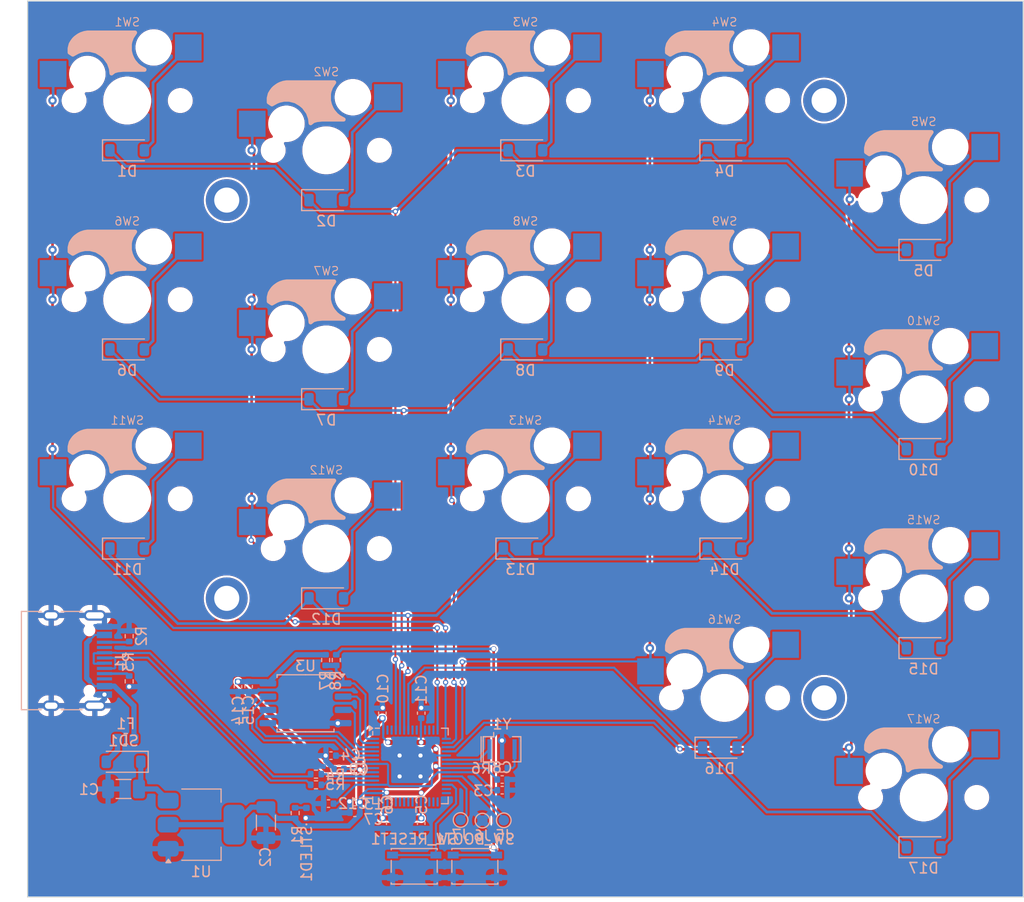
<source format=kicad_pcb>
(kicad_pcb (version 20240108) (generator "pcbnew") (generator_version "8.0")
  (layers (0 "F.Cu" signal) (31 "B.Cu" signal) (34 "B.Paste" user) (35 "F.Paste" user) (36 "B.SilkS" user "B.Silkscreen") (37 "F.SilkS" user "F.Silkscreen") (38 "B.Mask" user) (39 "F.Mask" user) (44 "Edge.Cuts" user))
  (net 0 "")
  (net 1 "+5V")
  (net 2 "GND")
  (net 3 "+3V3")
  (net 4 "+1V1")
  (net 5 "row0")
  (net 6 "Net-(D1-A)")
  (net 7 "Net-(D2-A)")
  (net 8 "Net-(D3-A)")
  (net 9 "row1")
  (net 10 "Net-(D5-A)")
  (net 11 "Net-(D6-A)")
  (net 12 "Net-(D7-A)")
  (net 13 "Net-(D8-A)")
  (net 14 "VBUS")
  (net 15 "Net-(SD1-A)")
  (net 16 "Net-(J1-CC1)")
  (net 17 "D+")
  (net 18 "D-")
  (net 19 "SWCLK")
  (net 20 "SWD")
  (net 21 "Net-(STLED1-A)")
  (net 22 "QSPI_SS")
  (net 23 "USB_BOOT")
  (net 24 "col0")
  (net 25 "col1")
  (net 26 "col2")
  (net 27 "col3")
  (net 28 "RESET")
  (net 29 "Net-(U2-USB_DP)")
  (net 30 "Net-(U2-USB_DM)")
  (net 31 "Net-(U2-XOUT)")
  (net 37 "Net-(D4-A)")
  (net 38 "QSPI_SD3")
  (net 39 "QSPI_SCLK")
  (net 40 "QSPI_SD0")
  (net 41 "QSPI_SD2")
  (net 42 "QSPI_SD1")
  (net 43 "row2")
  (net 44 "Net-(D9-A)")
  (net 45 "Net-(U2-XIN)")
  (net 53 "Net-(R6-Pad1)")
  (net 60 "Net-(D10-A)")
  (net 61 "Net-(D11-A)")
  (net 62 "Net-(D12-A)")
  (net 63 "Net-(D13-A)")
  (net 64 "row3")
  (net 65 "Net-(D14-A)")
  (net 66 "Net-(D15-A)")
  (net 67 "Net-(D16-A)")
  (net 68 "Net-(D17-A)")
  (net 69 "col4")
  (net 73 "Net-(J1-CC2)")
  (footprint "yuchi_kbd_lib:HOLE_M2_CASEPCB" (layer "F.Cu") (at 42.8625 80.9625)
    (property "Reference" "REF**" (hide yes))
    (property "Value" "HOLE_M2_PCB")
  )
  (footprint "yuchi_kbd_lib:HOLE_M2_CASEPCB" (layer "F.Cu") (at 100.0125 90.4875)
    (property "Reference" "REF**" (hide yes))
    (property "Value" "HOLE_M2_PCB")
  )
  (footprint "yuchi_kbd_lib:HOLE_M2_CASEPCB" (layer "F.Cu") (at 42.8625 42.8625)
    (property "Reference" "REF**" (hide yes))
    (property "Value" "HOLE_M2_PCB")
  )
  (footprint "yuchi_kbd_lib:HOLE_M2_CASEPCB" (layer "F.Cu") (at 100.0125 33.3375)
    (property "Reference" "REF**" (hide yes))
    (property "Value" "HOLE_M2_PCB")
  )
  (footprint "TestPoint:TestPoint_Pad_D1.0mm" (layer "B.Cu") (at 65.235 102.165)
    (property "Reference" "J7")
    (property "Value" "TP3")
  )
  (footprint "Package_SO:SOIC-8_5.23x5.23mm_P1.27mm" (layer "B.Cu") (at 50.4 91 180)
    (property "Reference" "U3")
    (property "Value" "W25Q128JVSIQ")
  )
  (footprint "kbd:keyswitch_cherrymx_hotswap_1u" (layer "B.Cu") (at 109.5375 42.8625 180)
    (property "Reference" "SW5")
    (property "Value" "SW_Push" (hide yes))
  )
  (footprint "Resistor_SMD:R_0402_1005Metric" (layer "B.Cu") (at 49.411 101.506 -90)
    (property "Reference" "R1")
    (property "Value" "1k")
  )
  (footprint "Connector_USB:USB_C_Receptacle_HRO_TYPE-C-31-M-12" (layer "B.Cu") (at 27.118 86.915625 90)
    (property "Reference" "J1")
    (property "Value" "USB_C_Receptacle")
  )
  (footprint "Diode_SMD:D_SOD-123" (layer "B.Cu") (at 32.9875 96.6 180)
    (property "Reference" "SD1")
    (property "Value" "Schottky diode")
  )
  (footprint "Button_Switch_SMD:SW_SPST_PTS810" (layer "B.Cu") (at 66.6 106.6 180)
    (property "Reference" "SW_BOOT1")
    (property "Value" "BOOT")
  )
  (footprint "Fuse:Fuse_0603_1608Metric" (layer "B.Cu") (at 33.2 94.4 180)
    (property "Reference" "F1")
    (property "Value" "Fuse")
  )
  (footprint "Button_Switch_SMD:SW_SPST_PTS810" (layer "B.Cu") (at 60.8 106.6 180)
    (property "Reference" "SW_RESET1")
    (property "Value" "RESET")
  )
  (footprint "kbd:keyswitch_cherrymx_hotswap_1u" (layer "B.Cu") (at 71.4375 52.3875 180)
    (property "Reference" "SW8")
    (property "Value" "SW_Push" (hide yes))
  )
  (footprint "TestPoint:TestPoint_Pad_D1.0mm" (layer "B.Cu") (at 67.325 102.225)
    (property "Reference" "J6")
    (property "Value" "TP2")
  )
  (footprint "Diode_SMD:D_SOD-123" (layer "B.Cu") (at 52.3875 80.9625)
    (property "Reference" "D12")
    (property "Value" "D_Small")
  )
  (footprint "LED_SMD:LED_0402_1005Metric" (layer "B.Cu") (at 50.483 101.502 90)
    (property "Reference" "STLED1")
    (property "Value" "LED_GREEN")
  )
  (footprint "Capacitor_SMD:C_1206_3216Metric" (layer "B.Cu") (at 32.9875 99.2 180)
    (property "Reference" "C1")
    (property "Value" "10u")
  )
  (footprint "Diode_SMD:D_SOD-123" (layer "B.Cu") (at 52.3875 61.9125)
    (property "Reference" "D7")
    (property "Value" "D_Small")
  )
  (footprint "Diode_SMD:D_SOD-123" (layer "B.Cu") (at 109.5375 104.775)
    (property "Reference" "D17")
    (property "Value" "D_Small")
  )
  (footprint "Diode_SMD:D_SOD-123" (layer "B.Cu") (at 33.3375 38.1)
    (property "Reference" "D1")
    (property "Value" "D_Small")
  )
  (footprint "Diode_SMD:D_SOD-123" (layer "B.Cu") (at 71.4375 57.15)
    (property "Reference" "D8")
    (property "Value" "D_Small")
  )
  (footprint "Resistor_SMD:R_0402_1005Metric" (layer "B.Cu") (at 52.324 86.868 -90)
    (property "Reference" "R7")
    (property "Value" "10k")
  )
  (footprint "Package_TO_SOT_SMD:SOT-223-3_TabPin2" (layer "B.Cu") (at 40.411 102.616)
    (property "Reference" "U1")
    (property "Value" "NCP1117-3.3_SOT223")
  )
  (footprint "kbd:keyswitch_cherrymx_hotswap_1u" (layer "B.Cu") (at 52.3875 76.2 180)
    (property "Reference" "SW12")
    (property "Value" "SW_Push" (hide yes))
  )
  (footprint "kbd:keyswitch_cherrymx_hotswap_1u" (layer "B.Cu") (at 71.4375 71.4375 180)
    (property "Reference" "SW13")
    (property "Value" "SW_Push" (hide yes))
  )
  (footprint "Resistor_SMD:R_0402_1005Metric" (layer "B.Cu") (at 51.4 98.8 180)
    (property "Reference" "R5")
    (property "Value" "27")
  )
  (footprint "Resistor_SMD:R_0402_1005Metric" (layer "B.Cu") (at 33.528 84.582 90)
    (property "Reference" "R2")
    (property "Value" "5.1k")
  )
  (footprint "kbd:keyswitch_cherrymx_hotswap_1u" (layer "B.Cu") (at 90.4875 52.3875 180)
    (property "Reference" "SW9")
    (property "Value" "SW_Push" (hide yes))
  )
  (footprint "Capacitor_SMD:C_0402_1005Metric" (layer "B.Cu") (at 57.785 102.489 -90)
    (property "Reference" "C6")
    (property "Value" "100n")
  )
  (footprint "Capacitor_SMD:C_0402_1005Metric" (layer "B.Cu") (at 44.958 89.408 -90)
    (property "Reference" "C15")
    (property "Value" "2.2uF")
  )
  (footprint "kbd:keyswitch_cherrymx_hotswap_1u" (layer "B.Cu") (at 90.4875 33.3375 180)
    (property "Reference" "SW4")
    (property "Value" "SW_Push" (hide yes))
  )
  (footprint "Capacitor_SMD:C_0402_1005Metric" (layer "B.Cu") (at 52.832 96.012 180)
    (property "Reference" "C4")
    (property "Value" "100n")
  )
  (footprint "Diode_SMD:D_SOD-123" (layer "B.Cu") (at 109.5375 85.725)
    (property "Reference" "D15")
    (property "Value" "D_Small")
  )
  (footprint "Resistor_SMD:R_0402_1005Metric" (layer "B.Cu") (at 69.2 97.2 180)
    (property "Reference" "R6")
    (property "Value" "1k")
  )
  (footprint "kbd:keyswitch_cherrymx_hotswap_1u" (layer "B.Cu") (at 33.3375 71.4375 180)
    (property "Reference" "SW11")
    (property "Value" "SW_Push" (hide yes))
  )
  (footprint "Resistor_SMD:R_0402_1005Metric" (layer "B.Cu") (at 53.34 86.868 -90)
    (property "Reference" "R8")
    (property "Value" "1k")
  )
  (footprint "kbd:keyswitch_cherrymx_hotswap_1u" (layer "B.Cu") (at 109.5375 100.0125 180)
    (property "Reference" "SW17")
    (property "Value" "SW_Push" (hide yes))
  )
  (footprint "kbd:keyswitch_cherrymx_hotswap_1u" (layer "B.Cu") (at 71.4375 33.3375 180)
    (property "Reference" "SW3")
    (property "Value" "SW_Push" (hide yes))
  )
  (footprint "Diode_SMD:D_SOD-123" (layer "B.Cu") (at 90.4875 76.2)
    (property "Reference" "D14")
    (property "Value" "D_Small")
  )
  (footprint "TestPoint:TestPoint_Pad_D1.0mm" (layer "B.Cu") (at 69.365 102.195)
    (property "Reference" "J5")
    (property "Value" "TP1")
  )
  (footprint "kbd:keyswitch_cherrymx_hotswap_1u" (layer "B.Cu") (at 90.4875 90.4875 180)
    (property "Reference" "SW16")
    (property "Value" "SW_Push" (hide yes))
  )
  (footprint "Capacitor_SMD:C_0402_1005Metric" (layer "B.Cu") (at 55.118 101.473 180)
    (property "Reference" "C7")
    (property "Value" "100n")
  )
  (footprint "Diode_SMD:D_SOD-123" (layer "B.Cu") (at 70.978125 76.2)
    (property "Reference" "D13")
    (property "Value" "D_Small")
  )
  (footprint "Capacitor_SMD:C_0402_1005Metric" (layer "B.Cu") (at 69.215 98.298)
    (property "Reference" "C8")
    (property "Value" "100n")
  )
  (footprint "Package_DFN_QFN:QFN-56-1EP_7x7mm_P0.4mm_EP3.2x3.2mm" (layer "B.Cu") (at 60.4375 97 -90)
    (property "Reference" "U2")
    (property "Value" "RP2040")
  )
  (footprint "Diode_SMD:D_SOD-123" (layer "B.Cu") (at 52.3875 42.8625)
    (property "Reference" "D2")
    (property "Value" "D_Small")
  )
  (footprint "Capacitor_SMD:C_0402_1005Metric" (layer "B.Cu") (at 61.468 91.948 90)
    (property "Reference" "C11")
    (property "Value" "100n")
  )
  (footprint "Capacitor_SMD:C_0402_1005Metric" (layer "B.Cu") (at 61.468 102.489 -90)
    (property "Reference" "C5")
    (property "Value" "100n")
  )
  (footprint "kbd:keyswitch_cherrymx_hotswap_1u" (layer "B.Cu") (at 33.3375 52.3875 180)
    (property "Reference" "SW6")
    (property "Value" "SW_Push" (hide yes))
  )
  (footprint "Diode_SMD:D_SOD-123" (layer "B.Cu") (at 90.028125 95.25)
    (property "Reference" "D16")
    (property "Value" "D_Small")
  )
  (footprint "Capacitor_SMD:C_0402_1005Metric" (layer "B.Cu") (at 43.942 89.408 -90)
    (property "Reference" "C14")
    (property "Value" "100n")
  )
  (footprint "Capacitor_SMD:C_0402_1005Metric" (layer "B.Cu") (at 53.594 97.282 180)
    (property "Reference" "C9")
    (property "Value" "100n")
  )
  (footprint "Diode_SMD:D_SOD-123" (layer "B.Cu") (at 109.5375 66.675)
    (property "Reference" "D10")
    (property "Value" "D_Small")
  )
  (footprint "Diode_SMD:D_SOD-123" (layer "B.Cu") (at 109.5375 47.625)
    (property "Reference" "D5")
    (property "Value" "D_Small")
  )
  (footprint "Capacitor_SMD:C_1206_3216Metric" (layer "B.Cu") (at 46.611 102.416 -90)
    (property "Reference" "C2")
    (property "Value" "10u")
  )
  (footprint "Capacitor_SMD:C_0402_1005Metric" (layer "B.Cu") (at 57.75 91.948 90)
    (property "Reference" "C10")
    (property "Value" "100n")
  )
  (footprint "Diode_SMD:D_SOD-123" (layer "B.Cu") (at 71.4375 38.1)
    (property "Reference" "D3")
    (property "Value" "D_Small")
  )
  (footprint "kbd:keyswitch_cherrymx_hotswap_1u" (layer "B.Cu") (at 109.5375 61.9125 180)
    (property "Reference" "SW10")
    (property "Value" "SW_Push" (hide yes))
  )
  (footprint "Resistor_SMD:R_0402_1005Metric" (layer "B.Cu") (at 51.4 97.784 180)
    (property "Reference" "R4")
    (property "Value" "27")
  )
  (footprint "Diode_SMD:D_SOD-123" (layer "B.Cu") (at 33.3375 57.15)
    (property "Reference" "D6")
    (property "Value" "D_Small")
  )
  (footprint "Capacitor_SMD:C_0402_1005Metric" (layer "B.Cu") (at 69.215 99.314)
    (property "Reference" "C3")
    (property "Value" "100n")
  )
  (footprint "Diode_SMD:D_SOD-123" (layer "B.Cu") (at 90.4875 38.1)
    (property "Reference" "D4")
    (property "Value" "D_Small")
  )
  (footprint "Capacitor_SMD:C_0402_1005Metric" (layer "B.Cu") (at 55.118 100.457 180)
    (property "Reference" "C13")
    (property "Value" "2.2uF")
  )
  (footprint "kbd:keyswitch_cherrymx_hotswap_1u" (layer "B.Cu") (at 109.5375 80.9625 180)
    (property "Reference" "SW15")
    (property "Value" "SW_Push" (hide yes))
  )
  (footprint "Diode_SMD:D_SOD-123" (layer "B.Cu") (at 33.3375 76.2)
    (property "Reference" "D11")
    (property "Value" "D_Small")
  )
  (footprint "Crystal:Resonator_SMD_Murata_CSTxExxV-3Pin_3.0x1.1mm" (layer "B.Cu") (at 69.2 95.4)
    (property "Reference" "Y1")
    (property "Value" "12MHz")
  )
  (footprint "kbd:keyswitch_cherrymx_hotswap_1u" (layer "B.Cu") (at 52.3875 38.1 180)
    (property "Reference" "SW2")
    (property "Value" "SW_Push" (hide yes))
  )
  (footprint "Diode_SMD:D_SOD-123" (layer "B.Cu") (at 90.4875 57.15)
    (property "Reference" "D9")
    (property "Value" "D_Small")
  )
  (footprint "kbd:keyswitch_cherrymx_hotswap_1u" (layer "B.Cu") (at 90.4875 71.4375 180)
    (property "Reference" "SW14")
    (property "Value" "SW_Push" (hide yes))
  )
  (footprint "kbd:keyswitch_cherrymx_hotswap_1u" (layer "B.Cu") (at 33.3375 33.3375 180)
    (property "Reference" "SW1")
    (property "Value" "SW_Push" (hide yes))
  )
  (footprint "Resistor_SMD:R_0402_1005Metric" (layer "B.Cu") (at 33.528 88.9 -90)
    (property "Reference" "R3")
    (property "Value" "5.1k")
  )
  (footprint "kbd:keyswitch_cherrymx_hotswap_1u" (layer "B.Cu") (at 52.3875 57.15 180)
    (property "Reference" "SW7")
    (property "Value" "SW_Push" (hide yes))
  )
  (footprint "Capacitor_SMD:C_0402_1005Metric" (layer "B.Cu") (at 52.6 100.6 180)
    (property "Reference" "C12")
    (property "Value" "2.2uF")
  )
  (gr_line (start 119.0625 23.8125) (end 119.0625 109.5375) (stroke (width 0.1)) (layer "Edge.Cuts"))
  (gr_line (start 23.8125 23.8125) (end 119.0625 23.8125) (stroke (width 0.1)) (layer "Edge.Cuts"))
  (gr_line (start 23.8125 109.5375) (end 23.8125 23.8125) (stroke (width 0.1)) (layer "Edge.Cuts"))
  (gr_line (start 119.0625 109.5375) (end 23.8125 109.5375) (stroke (width 0.1)) (layer "Edge.Cuts"))
  (segment (start 34.6375 96.6) (end 34.6375 99.025) (width 0.5) (layer "B.Cu") (net 1))
  (segment (start 36.145 99.2) (end 37.261 100.316) (width 0.5) (layer "B.Cu") (net 1))
  (segment (start 34.4625 99.2) (end 36.145 99.2) (width 0.5) (layer "B.Cu") (net 1))
  (segment (start 34.6375 99.025) (end 34.4625 99.2) (width 0.5) (layer "B.Cu") (net 1))
  (via (at 59.4 96) (size 0.8) (drill 0.4) (layers "F.Cu" "B.Cu") (net 2))
  (via (at 69.1896 94.5642) (size 0.8) (drill 0.4) (layers "F.Cu" "B.Cu") (net 2))
  (via (at 57.785 91.44) (size 0.5) (drill 0.4) (layers "F.Cu" "B.Cu") (net 2))
  (via (at 61.4 96) (size 0.8) (drill 0.4) (layers "F.Cu" "B.Cu") (net 2))
  (via (at 33.528 89.408) (size 0.5) (drill 0.4) (layers "F.Cu" "B.Cu") (net 2))
  (via (at 61.468 91.44) (size 0.5) (drill 0.4) (layers "F.Cu" "B.Cu") (net 2))
  (via (at 59.4 98) (size 0.8) (drill 0.4) (layers "F.Cu" "B.Cu") (net 2))
  (via (at 50.419 101.981) (size 0.5) (drill 0.4) (layers "F.Cu" "B.Cu") (net 2))
  (via (at 54.6 100.4) (size 0.5) (drill 0.4) (layers "F.Cu" "B.Cu") (net 2))
  (via (at 31.163 90.165625) (size 0.5) (drill 0.4) (layers "F.Cu" "B.Cu") (net 2))
  (via (at 52.324 96.012) (size 0.5) (drill 0.4) (layers "F.Cu" "B.Cu") (net 2))
  (via (at 61.4 98) (size 0.8) (drill 0.4) (layers "F.Cu" "B.Cu") (net 2))
  (via (at 53.4924 92.9132) (size 0.8) (drill 0.4) (layers "F.Cu" "B.Cu") (net 2))
  (segment (start 31.4 99.2) (end 31.5125 99.2) (width 0.5) (layer "B.Cu") (net 2))
  (segment (start 31.163 90.165625) (end 31.163 90.587) (width 0.5) (layer "B.Cu") (net 2))
  (segment (start 63.875 96) (end 61.4375 96) (width 0.2) (layer "B.Cu") (net 2))
  (segment (start 31.429375 90.165625) (end 31.163 90.165625) (width 0.5) (layer "B.Cu") (net 2))
  (segment (start 61.4375 96) (end 61.4 96) (width 0.2) (layer "B.Cu") (net 2))
  (segment (start 61.4 96) (end 61.4 96.0375) (width 0.2) (layer "B.Cu") (net 2))
  (segment (start 67.435 102.115) (end 67.325 102.225) (width 0.5) (layer "B.Cu") (net 2))
  (segment (start 31.163 90.587) (end 30.514375 91.235625) (width 0.5) (layer "B.Cu") (net 2))
  (segment (start 30.514375 82.595625) (end 30.56 82.55) (width 0.5) (layer "B.Cu") (net 2))
  (segment (start 52.352 96.52) (end 53.114 97.282) (width 0.5) (layer "B.Cu") (net 2))
  (segment (start 61.4375 96) (end 61.4375 96) (width 0.2) (layer "B.Cu") (net 2))
  (segment (start 52.352 96.012) (end 52.352 96.52) (width 0.5) (layer "B.Cu") (net 2))
  (segment (start 61.4 96.0375) (end 60.4375 97) (width 0.2) (layer "B.Cu") (net 2))
  (segment (start 57.575 101.981) (end 57.785 101.981) (width 0.5) (layer "F.Cu") (net 3))
  (segment (start 56.4 93.8) (end 56.4 93.778) (width 0.5) (layer "F.Cu") (net 3))
  (segment (start 55.598 97.35) (end 55.598 94.602) (width 0.5) (layer "F.Cu") (net 3))
  (segment (start 52.35 97.35) (end 43.942 88.942) (width 0.5) (layer "F.Cu") (net 3))
  (segment (start 58.293 94.742) (end 61.468 94.742) (width 0.5) (layer "F.Cu") (net 3))
  (segment (start 62.23 94.742) (end 62.865 95.377) (width 0.5) (layer "F.Cu") (net 3))
  (segment (start 61.468 99.532) (end 61.468 99.568) (width 0.5) (layer "F.Cu") (net 3))
  (segment (start 56.4 93.778) (end 57.75 92.428) (width 0.5) (layer "F.Cu") (net 3))
  (segment (start 61.468 99.568) (end 58.183674 99.568) (width 0.5) (layer "F.Cu") (net 3))
  (segment (start 62.865 95.377) (end 62.865 97.028) (width 0.5) (layer "F.Cu") (net 3))
  (segment (start 55.598 100.457) (end 56.051 100.457) (width 0.5) (layer "F.Cu") (net 3))
  (segment (start 62.865 97.028) (end 62.865 98.135) (width 0.5) (layer "F.Cu") (net 3))
  (segment (start 61.44 101.981) (end 61.468 102.009) (width 0.5) (layer "F.Cu") (net 3))
  (segment (start 55.598 97.35) (end 52.35 97.35) (width 0.5) (layer "F.Cu") (net 3))
  (segment (start 62.865 98.135) (end 61.468 99.532) (width 0.5) (layer "F.Cu") (net 3))
  (segment (start 55.598 94.602) (end 56.4 93.8) (width 0.5) (layer "F.Cu") (net 3))
  (segment (start 56.051 100.457) (end 57.575 101.981) (width 0.5) (layer "F.Cu") (net 3))
  (segment (start 57.785 101.981) (end 61.44 101.981) (width 0.5) (layer "F.Cu") (net 3))
  (segment (start 61.468 94.742) (end 62.23 94.742) (width 0.5) (layer "F.Cu") (net 3))
  (segment (start 58.183674 99.568) (end 58.16598 99.550306) (width 0.5) (layer "F.Cu") (net 3))
  (segment (start 55.598 100.457) (end 55.598 97.35) (width 0.5) (layer "F.Cu") (net 3))
  (segment (start 43.942 88.942) (end 43.942 88.928) (width 0.5) (layer "F.Cu") (net 3))
  (via (at 61.468 102.009) (size 0.5) (drill 0.4) (layers "F.Cu" "B.Cu") (net 3))
  (via (at 43.942 88.928) (size 0.5) (drill 0.4) (layers "F.Cu" "B.Cu") (net 3))
  (via (at 61.468 99.568) (size 0.5) (drill 0.4) (layers "F.Cu" "B.Cu") (net 3))
  (via (at 57.75 92.428) (size 0.5) (drill 0.4) (layers "F.Cu" "B.Cu") (net 3))
  (via (at 61.468 94.742) (size 0.5) (drill 0.4) (layers "F.Cu" "B.Cu") (net 3))
  (via (at 57.785 101.981) (size 0.5) (drill 0.4) (layers "F.Cu" "B.Cu") (net 3))
  (via (at 58.293 94.742) (size 0.5) (drill 0.4) (layers "F.Cu" "B.Cu") (net 3))
  (via (at 62.865 97.028) (size 0.5) (drill 0.4) (layers "F.Cu" "B.Cu") (net 3))
  (via (at 62.865 95.377) (size 0.5) (drill 0.4) (layers "F.Cu" "B.Cu") (net 3))
  (via (at 58.16598 99.550306) (size 0.5) (drill 0.4) (layers "F.Cu" "B.Cu") (net 3))
  (via (at 55.598 97.35) (size 0.5) (drill 0.4) (layers "F.Cu" "B.Cu") (net 3))
  (via (at 55.598 100.457) (size 0.5) (drill 0.4) (layers "F.Cu" "B.Cu") (net 3))
  (segment (start 57 99.2) (end 57.815674 99.2) (width 0.2) (layer "B.Cu") (net 3))
  (segment (start 56.375 99.2) (end 55.9435 99.6315) (width 0.2) (layer "B.Cu") (net 3))
  (segment (start 55.53 97.282) (end 54.074 97.282) (width 0.2) (layer "B.Cu") (net 3))
  (segment (start 61.4375 101.9785) (end 61.468 102.009) (width 0.2) (layer "B.Cu") (net 3))
  (segment (start 45.236 100.941) (end 46.611 100.941) (width 0.5) (layer "B.Cu") (net 3))
  (segment (start 57.815674 99.2) (end 58.16598 99.550306) (width 0.2) (layer "B.Cu") (net 3))
  (segment (start 57.8375 94.2865) (end 58.293 94.742) (width 0.2) (layer "B.Cu") (net 3))
  (segment (start 55.962 97.2) (end 55.88 97.282) (width 0.2) (layer "B.Cu") (net 3))
  (segment (start 57 99.6) (end 55.975 99.6) (width 0.2) (layer "B.Cu") (net 3))
  (segment (start 54.527266 102.732) (end 49.935 102.732) (width 0.5) (layer "B.Cu") (net 3))
  (segment (start 57.8375 99.878786) (end 57.8375 100.4375) (width 0.2) (layer "B.Cu") (net 3))
  (segment (start 61.4375 92.4585) (end 61.468 92.428) (width 0.2) (layer "B.Cu") (net 3))
  (segment (start 43.561 102.616) (end 45.236 100.941) (width 0.5) (layer "B.Cu") (net 3))
  (segment (start 44.958 88.928) (end 46.633 88.928) (width 0.5) (layer "B.Cu") (net 3))
  (segment (start 67.637 97.2) (end 68.735 98.298) (width 0.2) (layer "B.Cu") (net 3))
  (segment (start 58.16598 99.550306) (end 58.116286 99.6) (width 0.2) (layer "B.Cu") (net 3))
  (segment (start 55.598 99.977) (end 55.598 100.457) (width 0.2) (layer "B.Cu") (net 3))
  (segment (start 49.935 102.732) (end 49.411 102.208) (width 0.5) (layer "B.Cu") (net 3))
  (segment (start 52.324 86.358) (end 49.537 86.358) (width 0.5) (layer "B.Cu") (net 3))
  (segment (start 58.16598 99.550306) (end 57.8375 99.878786) (width 0.2) (layer "B.Cu") (net 3))
  (segment (start 55.975 99.6) (end 55.9435 99.6315) (width 0.2) (layer "B.Cu") (net 3))
  (segment (start 63.875 97.2) (end 67.637 97.2) (width 0.2) (layer "B.Cu") (net 3))
  (segment (start 57.8375 93.5625) (end 57.8375 94.2865) (width 0.2) (layer "B.Cu") (net 3))
  (segment (start 44.958 88.928) (end 43.942 88.928) (width 0.5) (layer "B.Cu") (net 3))
  (segment (start 55.666 97.282) (end 55.598 97.35) (width 0.2) (layer "B.Cu") (net 3))
  (segment (start 49.537 86.358) (end 46.8 89.095) (width 0.5) (layer "B.Cu") (net 3))
  (segment (start 49.411 102.208) (end 49.411 102.016) (width 0.5) (layer "B.Cu") (net 3))
  (segment (start 61.4375 100.4375) (end 61.4375 101.9785) (width 0.2) (layer "B.Cu") (net 3))
  (segment (start 57 97.2) (end 55.962 97.2) (width 0.2) (layer "B.Cu") (net 3))
  (segment (start 57.8375 93.5625) (end 57.8375 92.5155) (width 0.2) (layer "B.Cu") (net 3))
  (segment (start 57 97.6) (end 56.198 97.6) (width 0.2) (layer "B.Cu") (net 3))
  (segment (start 37.261 102.616) (end 43.561 102.616) (width 0.5) (layer "B.Cu") (net 3))
  (segment (start 47.686 102.016) (end 49.411 102.016) (width 0.5) (layer "B.Cu") (net 3))
  (segment (start 57 99.2) (end 56.375 99.2) (width 0.2) (layer "B.Cu") (net 3))
  (segment (start 62.71814 95.377) (end 62.865 95.377) (width 0.2) (layer "B.Cu") (net 3))
  (segment (start 46.611 100.941) (end 47.686 102.016) (width 0.5) (layer "B.Cu") (net 3))
  (segment (start 61.4375 99.5985) (end 61.468 99.568) (width 0.2) (layer "B.Cu") (net 3))
  (segment (start 55.88 97.282) (end 55.666 97.282) (width 0.2) (layer "B.Cu") (net 3))
  (segment (start 57.8375 100.4375) (end 57.8375 101.9285) (width 0.2) (layer "B.Cu") (net 3))
  (segment (start 57.8375 101.9285) (end 57.785 101.981) (width 0.2) (layer "B.Cu") (net 3))
  (segment (start 61.4375 100.4375) (end 61.4375 99.5985) (width 0.2) (layer "B.Cu") (net 3))
  (segment (start 55.598 101.473) (end 55.598 100.457) (width 0.5) (layer "B.Cu") (net 3))
  (segment (start 55.9435 99.6315) (end 55.598 99.977) (width 0.2) (layer "B.Cu") (net 3))
  (segment (start 56.198 97.6) (end 55.88 97.282) (width 0.2) (layer "B.Cu") (net 3))
  (segment (start 55.598 97.35) (end 55.53 97.282) (width 0.2) (layer "B.Cu") (net 3))
  (segment (start 58.116286 99.6) (end 57 99.6) (width 0.2) (layer "B.Cu") (net 3))
  (segment (start 58.16598 99.550306) (end 58.183674 99.568) (width 0.2) (layer "B.Cu") (net 3))
  (segment (start 57.8375 92.5155) (end 57.75 92.428) (width 0.2) (layer "B.Cu") (net 3))
  (segment (start 63.037 97.2) (end 63.875 97.2) (width 0.2) (layer "B.Cu") (net 3))
  (segment (start 62.865 97.028) (end 63.037 97.2) (width 0.2) (layer "B.Cu") (net 3))
  (segment (start 61.4375 93.5625) (end 61.4375 92.4585) (width 0.2) (layer "B.Cu") (net 3))
  (segment (start 55.598 101.473) (end 55.598 101.661266) (width 0.5) (layer "B.Cu") (net 3))
  (segment (start 61.4375 93.5625) (end 61.4375 94.7115) (width 0.2) (layer "B.Cu") (net 3))
  (segment (start 55.598 101.661266) (end 54.527266 102.732) (width 0.5) (layer "B.Cu") (net 3))
  (segment (start 46.633 88.928) (end 46.8 89.095) (width 0.5) (layer "B.Cu") (net 3))
  (segment (start 61.4375 94.7115) (end 61.468 94.742) (width 0.2) (layer "B.Cu") (net 3))
  (segment (start 63.055 97.6) (end 63.875 97.6) (width 0.2) (layer "B.Cu") (net 4))
  (segment (start 63.875 97.6) (end 66.612 97.6) (width 0.2) (layer "B.Cu") (net 4))
  (segment (start 58.192 96.8) (end 58.293 96.901) (width 0.2) (layer "B.Cu") (net 4))
  (segment (start 58.432 98.933) (end 62.357 98.933) (width 0.2) (layer "B.Cu") (net 4))
  (segment (start 54.913256 96.8) (end 57 96.8) (width 0.2) (layer "B.Cu") (net 4))
  (segment (start 62.357 98.933) (end 62.484 98.806) (width 0.2) (layer "B.Cu") (net 4))
  (segment (start 55.2 98.8) (end 53.4 100.6) (width 0.2) (layer "B.Cu") (net 4))
  (segment (start 57 98.8) (end 55.2 98.8) (width 0.2) (layer "B.Cu") (net 4))
  (segment (start 58.299 98.8) (end 57 98.8) (width 0.2) (layer "B.Cu") (net 4))
  (segment (start 53.4 100.6) (end 53.08 100.6) (width 0.2) (layer "B.Cu") (net 4))
  (segment (start 68.326 99.314) (end 68.735 99.314) (width 0.2) (layer "B.Cu") (net 4))
  (segment (start 62.484 98.806) (end 62.484 98.171) (width 0.2) (layer "B.Cu") (net 4))
  (segment (start 58.293 98.794) (end 58.299 98.8) (width 0.2) (layer "B.Cu") (net 4))
  (segment (start 62.484 98.171) (end 63.055 97.6) (width 0.2) (layer "B.Cu") (net 4))
  (segment (start 58.293 96.901) (end 58.293 98.794) (width 0.2) (layer "B.Cu") (net 4))
  (segment (start 57 96.8) (end 58.192 96.8) (width 0.2) (layer "B.Cu") (net 4))
  (segment (start 54.125256 96.012) (end 54.913256 96.8) (width 0.2) (layer "B.Cu") (net 4))
  (segment (start 66.612 97.6) (end 68.326 99.314) (width 0.2) (layer "B.Cu") (net 4))
  (segment (start 53.312 96.012) (end 54.125256 96.012) (width 0.2) (layer "B.Cu") (net 4))
  (segment (start 58.293 98.794) (end 58.432 98.933) (width 0.2) (layer "B.Cu") (net 4))
  (segment (start 59 86.8) (end 59 43.942) (width 0.2) (layer "F.Cu") (net 5))
  (via (at 59 86.8) (size 0.5) (drill 0.3) (layers "F.Cu" "B.Cu") (net 5))
  (via (at 59 43.942) (size 0.5) (drill 0.3) (layers "F.Cu" "B.Cu") (net 5))
  (segment (start 33.2115 39.624) (end 47.499 39.624) (width 0.25) (layer "B.Cu") (net 5))
  (segment (start 70.8035 39.116) (end 87.8215 39.116) (width 0.25) (layer "B.Cu") (net 5))
  (segment (start 105.029 47.625) (end 107.8875 47.625) (width 0.25) (layer "B.Cu") (net 5))
  (segment (start 59 43.942) (end 59.058 43.942) (width 0.25) (layer "B.Cu") (net 5))
  (segment (start 59.058 43.942) (end 64.9 38.1) (width 0.25) (layer "B.Cu") (net 5))
  (segment (start 51.817 43.942) (end 50.7375 42.8625) (width 0.25) (layer "B.Cu") (net 5))
  (segment (start 69.7875 38.1) (end 70.8035 39.116) (width 0.25) (layer "B.Cu") (net 5))
  (segment (start 87.8215 39.116) (end 88.8375 38.1) (width 0.25) (layer "B.Cu") (net 5))
  (segment (start 59 86.8) (end 59.0375 86.8375) (width 0.2) (layer "B.Cu") (net 5))
  (segment (start 88.8375 38.1) (end 89.8535 39.116) (width 0.25) (layer "B.Cu") (net 5))
  (segment (start 59 43.942) (end 51.817 43.942) (width 0.25) (layer "B.Cu") (net 5))
  (segment (start 89.8535 39.116) (end 96.52 39.116) (width 0.25) (layer "B.Cu") (net 5))
  (segment (start 47.499 39.624) (end 50.7375 42.8625) (width 0.25) (layer "B.Cu") (net 5))
  (segment (start 59.0375 86.8375) (end 59.0375 93.5625) (width 0.2) (layer "B.Cu") (net 5))
  (segment (start 31.6875 38.1) (end 33.2115 39.624) (width 0.25) (layer "B.Cu") (net 5))
  (segment (start 96.52 39.116) (end 105.029 47.625) (width 0.25) (layer "B.Cu") (net 5))
  (segment (start 64.9 38.1) (end 69.7875 38.1) (width 0.25) (layer "B.Cu") (net 5))
  (segment (start 39.1795 28.2575) (end 35.814 31.623) (width 0.25) (layer "B.Cu") (net 6))
  (segment (start 35.814 37.2735) (end 34.9875 38.1) (width 0.25) (layer "B.Cu") (net 6))
  (segment (start 35.814 31.623) (end 35.814 37.2735) (width 0.25) (layer "B.Cu") (net 6))
  (segment (start 54.864 42.036) (end 54.0375 42.8625) (width 0.25) (layer "B.Cu") (net 7))
  (segment (start 58.2295 33.02) (end 54.864 36.3855) (width 0.25) (layer "B.Cu") (net 7))
  (segment (start 54.864 36.3855) (end 54.864 42.036) (width 0.25) (layer "B.Cu") (net 7))
  (segment (start 77.2795 28.2575) (end 73.914 31.623) (width 0.25) (layer "B.Cu") (net 8))
  (segment (start 73.914 37.2735) (end 73.0875 38.1) (width 0.25) (layer "B.Cu") (net 8))
  (segment (start 73.914 31.623) (end 73.914 37.2735) (width 0.25) (layer "B.Cu") (net 8))
  (segment (start 59.6 63.192) (end 59.6 87.4) (width 0.2) (layer "F.Cu") (net 9))
  (segment (start 59.8 62.992) (end 59.6 63.192) (width 0.2) (layer "F.Cu") (net 9))
  (via (at 59.8 62.992) (size 0.5) (drill 0.3) (layers "F.Cu" "B.Cu") (net 9))
  (via (at 59.6 87.4) (size 0.5) (drill 0.3) (layers "F.Cu" "B.Cu") (net 9))
  (segment (start 70.8375 58.2) (end 87.7875 58.2) (width 0.25) (layer "B.Cu") (net 9))
  (segment (start 63.9455 62.992) (end 69.7875 57.15) (width 0.25) (layer "B.Cu") (net 9))
  (segment (start 50.7375 61.9125) (end 51.817 62.992) (width 0.25) (layer "B.Cu") (net 9))
  (segment (start 59.4375 87.5625) (end 59.6 87.4) (width 0.2) (layer "B.Cu") (net 9))
  (segment (start 87.7875 58.2) (end 88.8375 57.15) (width 0.25) (layer "B.Cu") (net 9))
  (segment (start 95.0875 63.4) (end 104.6125 63.4) (width 0.25) (layer "B.Cu") (net 9))
  (segment (start 59.4375 93.5625) (end 59.4375 87.5625) (width 0.2) (layer "B.Cu") (net 9))
  (segment (start 88.8375 57.15) (end 95.0875 63.4) (width 0.25) (layer "B.Cu") (net 9))
  (segment (start 36.45 61.9125) (end 50.7375 61.9125) (width 0.25) (layer "B.Cu") (net 9))
  (segment (start 51.817 62.992) (end 63.9455 62.992) (width 0.25) (layer "B.Cu") (net 9))
  (segment (start 31.6875 57.15) (end 36.45 61.9125) (width 0.25) (layer "B.Cu") (net 9))
  (segment (start 104.6125 63.4) (end 107.8875 66.675) (width 0.25) (layer "B.Cu") (net 9))
  (segment (start 69.7875 57.15) (end 70.8375 58.2) (width 0.25) (layer "B.Cu") (net 9))
  (segment (start 112.014 41.148) (end 112.014 46.7985) (width 0.25) (layer "B.Cu") (net 10))
  (segment (start 112.014 46.7985) (end 111.1875 47.625) (width 0.25) (layer "B.Cu") (net 10))
  (segment (start 115.3795 37.7825) (end 112.014 41.148) (width 0.25) (layer "B.Cu") (net 10))
  (segment (start 35.814 56.3235) (end 34.9875 57.15) (width 0.25) (layer "B.Cu") (net 11))
  (segment (start 39.1795 47.3075) (end 35.814 50.673) (width 0.25) (layer "B.Cu") (net 11))
  (segment (start 35.814 50.673) (end 35.814 56.3235) (width 0.25) (layer "B.Cu") (net 11))
  (segment (start 54.864 61.086) (end 54.0375 61.9125) (width 0.25) (layer "B.Cu") (net 12))
  (segment (start 54.864 55.4355) (end 54.864 61.086) (width 0.25) (layer "B.Cu") (net 12))
  (segment (start 58.2295 52.07) (end 54.864 55.4355) (width 0.25) (layer "B.Cu") (net 12))
  (segment (start 77.2795 47.3075) (end 73.914 50.673) (width 0.25) (layer "B.Cu") (net 13))
  (segment (start 73.914 56.3235) (end 73.0875 57.15) (width 0.25) (layer "B.Cu") (net 13))
  (segment (start 73.914 50.673) (end 73.914 56.3235) (width 0.25) (layer "B.Cu") (net 13))
  (segment (start 29.738 88.865625) (end 30.238 89.365625) (width 0.2) (layer "B.Cu") (net 14))
  (segment (start 29.738 84.965625) (end 29.464 85.239625) (width 0.5) (layer "B.Cu") (net 14))
  (segment (start 30.238 89.365625) (end 31.163 89.365625) (width 0.2) (layer "B.Cu") (net 14))
  (segment (start 30.238 84.465625) (end 29.738 84.965625) (width 0.2) (layer "B.Cu") (net 14))
  (segment (start 32.115625 89.365625) (end 33.9875 91.2375) (width 0.5) (layer "B.Cu") (net 14))
  (segment (start 29.464 85.239625) (end 29.464 88.591625) (width 0.5) (layer "B.Cu") (net 14))
  (segment (start 29.464 88.591625) (end 29.738 88.865625) (width 0.5) (layer "B.Cu") (net 14))
  (segment (start 33.9875 91.2375) (end 33.9875 94.4) (width 0.5) (layer "B.Cu") (net 14))
  (segment (start 31.163 84.465625) (end 30.238 84.465625) (width 0.2) (layer "B.Cu") (net 14))
  (segment (start 31.163 89.365625) (end 32.115625 89.365625) (width 0.5) (layer "B.Cu") (net 14))
  (segment (start 32.4125 94.4) (end 32.4125 95.525) (width 0.5) (layer "B.Cu") (net 15))
  (segment (start 32.4125 95.525) (end 31.3375 96.6) (width 0.5) (layer "B.Cu") (net 15))
  (segment (start 31.163 88.165625) (end 33.303625 88.165625) (width 0.25) (layer "B.Cu") (net 16))
  (segment (start 33.303625 88.165625) (end 33.528 88.39) (width 0.25) (layer "B.Cu") (net 16))
  (segment (start 30.188 86.214) (end 30.138 86.264) (width 0.2) (layer "B.Cu") (net 17))
  (segment (start 30.188 87.214) (end 31.163 87.214) (width 0.2) (layer "B.Cu") (net 17))
  (segment (start 30.138 87.164) (end 30.188 87.214) (width 0.2) (layer "B.Cu") (net 17))
  (segment (start 35.508825 86.190625) (end 32.275501 86.190625) (width 0.2) (layer "B.Cu") (net 17))
  (segment (start 47.3182 98) (end 35.508825 86.190625) (width 0.2) (layer "B.Cu") (net 17))
  (segment (start 32.275501 86.190625) (end 32.250501 86.165625) (width 0.2) (layer "B.Cu") (net 17))
  (segment (start 31.163 86.214) (end 30.188 86.214) (width 0.2) (layer "B.Cu") (net 17))
  (segment (start 30.138 86.264) (end 30.138 87.164) (width 0.2) (layer "B.Cu") (net 17))
  (segment (start 50.89 97.784) (end 50.674 98) (width 0.2) (layer "B.Cu") (net 17))
  (segment (start 50.674 98) (end 47.3182 98) (width 0.2) (layer "B.Cu") (net 17))
  (segment (start 32.250501 86.165625) (end 31.163 86.165625) (width 0.2) (layer "B.Cu") (net 17))
  (segment (start 50.89 98.8) (end 50.49 98.4) (width 0.2) (layer "B.Cu") (net 18))
  (segment (start 32.188 87.615625) (end 32.138 87.665625) (width 0.2) (layer "B.Cu") (net 18))
  (segment (start 30.616 86.640625) (end 30.591 86.665625) (width 0.2) (layer "B.Cu") (net 18))
  (segment (start 47.0818 98.4) (end 35.322425 86.640625) (width 0.2) (layer "B.Cu") (net 18))
  (segment (start 32.188 86.715625) (end 32.188 87.615625) (width 0.2) (layer "B.Cu") (net 18))
  (segment (start 30.626625 87.63) (end 30.591 87.665625) (width 0.2) (layer "B.Cu") (net 18))
  (segment (start 31.163 86.665625) (end 32.138 86.665625) (width 0.2) (layer "B.Cu") (net 18))
  (segment (start 50.49 98.4) (end 47.0818 98.4) (width 0.2) (layer "B.Cu") (net 18))
  (segment (start 32.250501 86.665625) (end 31.163 86.665625) (width 0.2) (layer "B.Cu") (net 18))
  (segment (start 32.138 87.665625) (end 31.163 87.665625) (width 0.2) (layer "B.Cu") (net 18))
  (segment (start 32.275501 86.640625) (end 32.250501 86.665625) (width 0.2) (layer "B.Cu") (net 18))
  (segment (start 32.138 86.665625) (end 32.188 86.715625) (width 0.2) (layer "B.Cu") (net 18))
  (segment (start 30.591 86.665625) (end 30.641 86.615625) (width 0.2) (layer "B.Cu") (net 18))
  (segment (start 35.322425 86.640625) (end 32.275501 86.640625) (width 0.2) (layer "B.Cu") (net 18))
  (segment (start 69.365 102.195) (end 69.365 101.995) (width 0.2) (layer "B.Cu") (net 19))
  (segment (start 65.37 98) (end 63.875 98) (width 0.2) (layer "B.Cu") (net 19))
  (segment (start 69.365 101.995) (end 65.37 98) (width 0.2) (layer "B.Cu") (net 19))
  (segment (start 65.8 101.6) (end 65.235 102.165) (width 0.2) (layer "B.Cu") (net 20))
  (segment (start 63.875 98.4) (end 65 98.4) (width 0.2) (layer "B.Cu") (net 20))
  (segment (start 65 98.4) (end 65.8 99.2) (width 0.2) (layer "B.Cu") (net 20))
  (segment (start 65.8 99.2) (end 65.8 101.6) (width 0.2) (layer "B.Cu") (net 20))
  (segment (start 49.411 100.996) (end 50.462 100.996) (width 0.25) (layer "B.Cu") (net 21))
  (segment (start 50.462 100.996) (end 50.483 101.017) (width 0.25) (layer "B.Cu") (net 21))
  (segment (start 54 89.095) (end 54 88.546) (width 0.25) (layer "B.Cu") (net 22))
  (segment (start 57 94.4) (end 56.3 94.4) (width 0.2) (layer "B.Cu") (net 22))
  (segment (start 56.134 90.17) (end 55.059 89.095) (width 0.2) (layer "B.Cu") (net 22))
  (segment (start 56.3 94.4) (end 56.134 94.234) (width 0.2) (layer "B.Cu") (net 22))
  (segment (start 53.34 87.378) (end 52.324 87.378) (width 0.5) (layer "B.Cu") (net 22))
  (segment (start 53.34 87.886) (end 53.34 87.378) (width 0.25) (layer "B.Cu") (net 22))
  (segment (start 56.134 94.234) (end 56.134 90.17) (width 0.2) (layer "B.Cu") (net 22))
  (segment (start 55.059 89.095) (end 54 89.095) (width 0.2) (layer "B.Cu") (net 22))
  (segment (start 54 88.546) (end 53.34 87.886) (width 0.25) (layer "B.Cu") (net 22))
  (segment (start 68.4 85.8) (end 68.4 104.8) (width 0.25) (layer "F.Cu") (net 23))
  (via (at 68.4 85.8) (size 0.5) (drill 0.4) (layers "F.Cu" "B.Cu") (net 23))
  (via (at 68.4 104.8) (size 0.5) (drill 0.4) (layers "F.Cu" "B.Cu") (net 23))
  (segment (start 68.4 85.8) (end 53.898 85.8) (width 0.25) (layer "B.Cu") (net 23))
  (segment (start 68.4 104.8) (end 68.675 105.075) (width 0.25) (layer "B.Cu") (net 23))
  (segment (start 68.675 105.525) (end 64.525 105.525) (width 0.25) (layer "B.Cu") (net 23))
  (segment (start 68.675 105.075) (end 68.675 105.525) (width 0.25) (layer "B.Cu") (net 23))
  (segment (start 53.898 85.8) (end 53.34 86.358) (width 0.25) (layer "B.Cu") (net 23))
  (segment (start 63 83.8) (end 63 89) (width 0.2) (layer "F.Cu") (net 24))
  (segment (start 26.19375 33.3375) (end 26.19375 47.625) (width 0.25) (layer "F.Cu") (net 24))
  (segment (start 26.19375 52.3875) (end 26.19375 66.675) (width 0.25) (layer "F.Cu") (net 24))
  (via (at 26.19375 52.3875) (size 0.8) (drill 0.4) (layers "F.Cu" "B.Cu") (net 24))
  (via (at 26.19375 66.675) (size 0.8) (drill 0.4) (layers "F.Cu" "B.Cu") (net 24))
  (via (at 26.19375 33.3375) (size 0.8) (drill 0.4) (layers "F.Cu" "B.Cu") (net 24))
  (via (at 63 89) (size 0.5) (drill 0.3) (layers "F.Cu" "B.Cu") (net 24))
  (via (at 63 83.8) (size 0.5) (drill 0.3) (layers "F.Cu" "B.Cu") (net 24))
  (via (at 26.19375 47.625) (size 0.8) (drill 0.4) (layers "F.Cu" "B.Cu") (net 24))
  (segment (start 26.2525 72.283098) (end 26.2525 68.8975) (width 0.2) (layer "B.Cu") (net 24))
  (segment (start 26.2525 52.32875) (end 26.19375 52.3875) (width 0.25) (layer "B.Cu") (net 24))
  (segment (start 26.2525 49.8475) (end 26.2525 52.32875) (width 0.25) (layer "B.Cu") (net 24))
  (segment (start 26.2525 30.7975) (end 26.2525 33.27875) (width 0.25) (layer "B.Cu") (net 24))
  (segment (start 63 83.8) (end 37.769402 83.8) (width 0.2) (layer "B.Cu") (net 24))
  (segment (start 37.769402 83.8) (end 26.2525 72.283098) (width 0.2) (layer "B.Cu") (net 24))
  (segment (start 63 89) (end 63.0375 89.0375) (width 0.2) (layer "B.Cu") (net 24))
  (segment (start 26.19375 47.625) (end 26.19375 49.78875) (width 0.25) (layer "B.Cu") (net 24))
  (segment (start 26.19375 66.675) (end 26.19375 68.83875) (width 0.25) (layer "B.Cu") (net 24))
  (segment (start 63.0375 89.0375) (end 63.0375 93.5625) (width 0.2) (layer "B.Cu") (net 24))
  (segment (start 26.2525 33.27875) (end 26.19375 33.3375) (width 0.25) (layer "B.Cu") (net 24))
  (segment (start 45.24375 71.4375) (end 45.24375 57.15) (width 0.25) (layer "F.Cu") (net 25))
  (segment (start 45.24375 52.3875) (end 45.466 52.16525) (width 0.25) (layer "F.Cu") (net 25))
  (segment (start 45.466 79.466) (end 45.466 75.666) (width 0.2) (layer "F.Cu") (net 25))
  (segment (start 63.8 83.8) (end 63.8 89) (width 0.2) (layer "F.Cu") (net 25))
  (segment (start 49.406587 83.206587) (end 49.206587 83.206587) (width 0.2) (layer "F.Cu") (net 25))
  (segment (start 45.466 38.32225) (end 45.24375 38.1) (width 0.25) (layer "F.Cu") (net 25))
  (segment (start 45.466 75.666) (end 45.2 75.4) (width 0.2) (layer "F.Cu") (net 25))
  (segment (start 45.466 52.16525) (end 45.466 38.32225) (width 0.25) (layer "F.Cu") (net 25))
  (segment (start 49.206587 83.206587) (end 45.466 79.466) (width 0.2) (layer "F.Cu") (net 25))
  (via (at 45.24375 57.15) (size 0.8) (drill 0.4) (layers "F.Cu" "B.Cu") (net 25))
  (via (at 63.8 89) (size 0.5) (drill 0.3) (layers "F.Cu" "B.Cu") (net 25))
  (via (at 45.24375 71.4375) (size 0.8) (drill 0.4) (layers "F.Cu" "B.Cu") (net 25))
  (via (at 45.2 75.4) (size 0.5) (drill 0.3) (layers "F.Cu" "B.Cu") (net 25))
  (via (at 49.406587 83.206587) (size 0.5) (drill 0.3) (layers "F.Cu" "B.Cu") (net 25))
  (via (at 45.24375 52.3875) (size 0.8) (drill 0.4) (layers "F.Cu" "B.Cu") (net 25))
  (via (at 45.24375 38.1) (size 0.8) (drill 0.4) (layers "F.Cu" "B.Cu") (net 25))
  (via (at 63.8 83.8) (size 0.5) (drill 0.3) (layers "F.Cu" "B.Cu") (net 25))
  (segment (start 49.406587 83.206587) (end 49.413174 83.2) (width 0.2) (layer "B.Cu") (net 25))
  (segment (start 49.413174 83.2) (end 63.2 83.2) (width 0.2) (layer "B.Cu") (net 25))
  (segment (start 63.8 94.325) (end 63.875 94.4) (width 0.2) (layer "B.Cu") (net 25))
  (segment (start 63.8 89) (end 63.8 94.325) (width 0.2) (layer "B.Cu") (net 25))
  (segment (start 63.2 83.2) (end 63.8 83.8) (width 0.2) (layer "B.Cu") (net 25))
  (segment (start 45.2 75.4) (end 45.2 73.7625) (width 0.2) (layer "B.Cu") (net 25))
  (segment (start 45.3025 38.04125) (end 45.3025 35.56) (width 0.25) (layer "B.Cu") (net 25))
  (segment (start 45.24375 57.15) (end 45.3025 57.09125) (width 0.25) (layer "B.Cu") (net 25))
  (segment (start 45.3025 54.61) (end 45.3025 52.44625) (width 0.25) (layer "B.Cu") (net 25))
  (segment (start 45.3025 52.44625) (end 45.24375 52.3875) (width 0.25) (layer "B.Cu") (net 25))
  (segment (start 45.3025 71.49625) (end 45.24375 71.4375) (width 0.25) (layer "B.Cu") (net 25))
  (segment (start 45.3025 57.09125) (end 45.3025 54.61) (width 0.25) (layer "B.Cu") (net 25))
  (segment (start 45.3025 73.66) (end 45.3025 71.49625) (width 0.25) (layer "B.Cu") (net 25))
  (segment (start 45.2 73.7625) (end 45.3025 73.66) (width 0.2) (layer "B.Cu") (net 25))
  (segment (start 45.24375 38.1) (end 45.3025 38.04125) (width 0.25) (layer "B.Cu") (net 25))
  (segment (start 64.29375 52.3875) (end 64.29375 66.675) (width 0.25) (layer "F.Cu") (net 26))
  (segment (start 64.6 89) (end 64.6 71.8) (width 0.2) (layer "F.Cu") (net 26))
  (segment (start 64.6 71.8) (end 64.4 71.6) (width 0.2) (layer "F.Cu") (net 26))
  (segment (start 64.29375 33.3375) (end 64.29375 47.625) (width 0.25) (layer "F.Cu") (net 26))
  (via (at 64.29375 33.3375) (size 0.8) (drill 0.4) (layers "F.Cu" "B.Cu") (net 26))
  (via (at 64.29375 66.675) (size 0.8) (drill 0.4) (layers "F.Cu" "B.Cu") (net 26))
  (via (at 64.29375 47.625) (size 0.8) (drill 0.4) (layers "F.Cu" "B.Cu") (net 26))
  (via (at 64.6 89) (size 0.5) (drill 0.3) (layers "F.Cu" "B.Cu") (net 26))
  (via (at 64.4 71.6) (size 0.5) (drill 0.3) (layers "F.Cu" "B.Cu") (net 26))
  (via (at 64.29375 52.3875) (size 0.8) (drill 0.4) (layers "F.Cu" "B.Cu") (net 26))
  (segment (start 64.4 71.6) (end 64.3525 71.5525) (width 0.2) (layer "B.Cu") (net 26))
  (segment (start 64.3525 30.7975) (end 64.3525 33.27875) (width 0.25) (layer "B.Cu") (net 26))
  (segment (start 64.29375 66.675) (end 64.29375 68.83875) (width 0.25) (layer "B.Cu") (net 26))
  (segment (start 64.40886 94.8) (end 63.875 94.8) (width 0.2) (layer "B.Cu") (net 26))
  (segment (start 64.8 94.40886) (end 64.40886 94.8) (width 0.2) (layer "B.Cu") (net 26))
  (segment (start 64.29375 47.625) (end 64.29375 49.78875) (width 0.25) (layer "B.Cu") (net 26))
  (segment (start 64.6 89) (end 64.8 89.2) (width 0.2) (layer "B.Cu") (net 26))
  (segment (start 64.3525 49.8475) (end 64.3525 52.32875) (width 0.25) (layer "B.Cu") (net 26))
  (segment (start 64.3525 52.32875) (end 64.29375 52.3875) (width 0.25) (layer "B.Cu") (net 26))
  (segment (start 64.3525 71.5525) (end 64.3525 68.8975) (width 0.2) (layer "B.Cu") (net 26))
  (segment (start 64.3525 33.27875) (end 64.29375 33.3375) (width 0.25) (layer "B.Cu") (net 26))
  (segment (start 64.8 89.2) (end 64.8 94.40886) (width 0.2) (layer "B.Cu") (net 26))
  (segment (start 83.34375 47.625) (end 83.34375 33.3375) (width 0.25) (layer "F.Cu") (net 27))
  (segment (start 83.34375 85.725) (end 83.34375 71.4375) (width 0.25) (layer "F.Cu") (net 27))
  (segment (start 65.4 87.05) (end 65.4 89) (width 0.2) (layer "F.Cu") (net 27))
  (segment (start 83.34375 66.675) (end 83.34375 52.3875) (width 0.25) (layer "F.Cu") (net 27))
  (via (at 83.34375 52.3875) (size 0.8) (drill 0.4) (layers "F.Cu" "B.Cu") (net 27))
  (via (at 83.34375 71.4375) (size 0.8) (drill 0.4) (layers "F.Cu" "B.Cu") (net 27))
  (via (at 65.4 87.05) (size 0.5) (drill 0.3) (layers "F.Cu" "B.Cu") (net 27))
  (via (at 83.34375 85.725) (size 0.8) (drill 0.4) (layers "F.Cu" "B.Cu") (net 27))
  (via (at 65.4 89) (size 0.5) (drill 0.3) (layers "F.Cu" "B.Cu") (net 27))
  (via (at 83.34375 33.3375) (size 0.8) (drill 0.4) (layers "F.Cu" "B.Cu") (net 27))
  (via (at 83.34375 47.625) (size 0.8) (drill 0.4) (layers "F.Cu" "B.Cu") (net 27))
  (via (at 83.34375 66.675) (size 0.8) (drill 0.4) (layers "F.Cu" "B.Cu") (net 27))
  (segment (start 82.455 87) (end 83.4025 87.9475) (width 0.2) (layer "B.Cu") (net 27))
  (segment (start 83.4025 66.73375) (end 83.34375 66.675) (width 0.25) (layer "B.Cu") (net 27))
  (segment (start 83.34375 33.3375) (end 83.4025 33.27875) (width 0.25) (layer "B.Cu") (net 27))
  (segment (start 83.34375 71.4375) (end 83.4025 71.37875) (width 0.25) (layer "B.Cu") (net 27))
  (segment (start 83.4025 71.37875) (end 83.4025 68.8975) (width 0.25) (layer "B.Cu") (net 27))
  (segment (start 83.4025 68.8975) (end 83.4025 66.73375) (width 0.25) (layer "B.Cu") (net 27))
  (segment (start 65.45 87) (end 82.455 87) (width 0.2) (layer "B.Cu") (net 27))
  (segment (start 83.4025 33.27875) (end 83.4025 30.7975) (width 0.25) (layer "B.Cu") (net 27))
  (segment (start 65.4 94.377818) (end 64.577818 95.2) (width 0.2) (layer "B.Cu") (net 27))
  (segment (start 83.4025 47.68375) (end 83.34375 47.625) (width 0.25) (layer "B.Cu") (net 27))
  (segment (start 83.4025 49.8475) (end 83.4025 47.68375) (width 0.25) (layer "B.Cu") (net 27))
  (segment (start 83.4025 85.78375) (end 83.34375 85.725) (width 0.25) (layer "B.Cu") (net 27))
  (segment (start 64.577818 95.2) (end 63.875 95.2) (width 0.2) (layer "B.Cu") (net 27))
  (segment (start 83.4025 87.9475) (end 83.4025 85.78375) (width 0.25) (layer "B.Cu") (net 27))
  (segment (start 83.34375 52.3875) (end 83.34375 49.90625) (width 0.25) (layer "B.Cu") (net 27))
  (segment (start 65.4 87.05) (end 65.45 87) (width 0.2) (layer "B.Cu") (net 27))
  (segment (start 65.4 89) (end 65.4 94.377818) (width 0.2) (layer "B.Cu") (net 27))
  (segment (start 64.40886 98.8) (end 64.8 99.19114) (width 0.2) (layer "B.Cu") (net 28))
  (segment (start 64.8 100.6) (end 62.875 102.525) (width 0.2) (layer "B.Cu") (net 28))
  (segment (start 64.8 99.19114) (end 64.8 100.6) (width 0.2) (layer "B.Cu") (net 28))
  (segment (start 63.875 98.8) (end 64.40886 98.8) (width 0.2) (layer "B.Cu") (net 28))
  (segment (start 62.875 105.525) (end 58.725 105.525) (width 0.2) (layer "B.Cu") (net 28))
  (segment (start 62.875 102.525) (end 62.875 105.525) (width 0.2) (layer "B.Cu") (net 28))
  (segment (start 52.384 97.784) (end 51.91 97.784) (width 0.2) (layer "B.Cu") (net 29))
  (segment (start 57 98) (end 52.6 98) (width 0.2) (layer "B.Cu") (net 29))
  (segment (start 52.6 98) (end 52.384 97.784) (width 0.2) (layer "B.Cu") (net 29))
  (segment (start 52.155 98.8) (end 51.91 98.8) (width 0.2) (layer "B.Cu") (net 30))
  (segment (start 52.555 98.4) (end 52.155 98.8) (width 0.2) (layer "B.Cu") (net 30))
  (segment (start 57 98.4) (end 52.555 98.4) (width 0.2) (layer "B.Cu") (net 30))
  (segment (start 63.875 96.8) (end 68.29 96.8) (width 0.2) (layer "B.Cu") (net 31))
  (segment (start 68.29 96.8) (end 68.69 97.2) (width 0.2) (layer "B.Cu") (net 31))
  (segment (start 92.964 31.623) (end 92.964 37.2735) (width 0.25) (layer "B.Cu") (net 37))
  (segment (start 96.3295 28.2575) (end 92.964 31.623) (width 0.25) (layer "B.Cu") (net 37))
  (segment (start 92.964 37.2735) (end 92.1375 38.1) (width 0.25) (layer "B.Cu") (net 37))
  (segment (start 46.8 90.365) (end 46.629448 90.365) (width 0.2) (layer "B.Cu") (net 38))
  (segment (start 53.228942 94.55) (end 55.078942 96.4) (width 0.2) (layer "B.Cu") (net 38))
  (segment (start 46.438762 94.55) (end 53.228942 94.55) (width 0.2) (layer "B.Cu") (net 38))
  (segment (start 45.3 93.411238) (end 46.438762 94.55) (width 0.2) (layer "B.Cu") (net 38))
  (segment (start 45.3 91.694448) (end 45.3 93.411238) (width 0.2) (layer "B.Cu") (net 38))
  (segment (start 55.078942 96.4) (end 57 96.4) (width 0.2) (layer "B.Cu") (net 38))
  (segment (start 46.629448 90.365) (end 45.3 91.694448) (width 0.2) (layer "B.Cu") (net 38))
  (segment (start 55.244628 96) (end 57 96) (width 0.2) (layer "B.Cu") (net 39))
  (segment (start 53.394628 94.15) (end 55.244628 96) (width 0.2) (layer "B.Cu") (net 39))
  (segment (start 45.7 92.564448) (end 45.7 93.245552) (width 0.2) (layer "B.Cu") (net 39))
  (segment (start 46.604448 94.15) (end 53.394628 94.15) (width 0.2) (layer "B.Cu") (net 39))
  (segment (start 46.8 91.635) (end 46.629448 91.635) (width 0.2) (layer "B.Cu") (net 39))
  (segment (start 46.629448 91.635) (end 45.7 92.564448) (width 0.2) (layer "B.Cu") (net 39))
  (segment (start 45.7 93.245552) (end 46.604448 94.15) (width 0.2) (layer "B.Cu") (net 39))
  (segment (start 47.645 93.75) (end 53.560314 93.75) (width 0.2) (layer "B.Cu") (net 40))
  (segment (start 46.8 92.905) (end 47.645 93.75) (width 0.2) (layer "B.Cu") (net 40))
  (segment (start 53.560314 93.75) (end 55.410314 95.6) (width 0.2) (layer "B.Cu") (net 40))
  (segment (start 55.410314 95.6) (end 57 95.6) (width 0.2) (layer "B.Cu") (net 40))
  (segment (start 55.576 95.2) (end 57 95.2) (width 0.2) (layer "B.Cu") (net 41))
  (segment (start 54 91.635) (end 54.799999 91.635) (width 0.2) (layer "B.Cu") (net 41))
  (segment (start 55.118 91.953001) (end 55.118 94.742) (width 0.2) (layer "B.Cu") (net 41))
  (segment (start 54.799999 91.635) (end 55.118 91.953001) (width 0.2) (layer "B.Cu") (net 41))
  (segment (start 55.118 94.742) (end 55.576 95.2) (width 0.2) (layer "B.Cu") (net 41))
  (segment (start 55.938 94.8) (end 57 94.8) (width 0.2) (layer "B.Cu") (net 42))
  (segment (start 54 90.365) (end 55.287 90.365) (width 0.2) (layer "B.Cu") (net 42))
  (segment (start 55.626 94.488) (end 55.938 94.8) (width 0.2) (layer "B.Cu") (net 42))
  (segment (start 55.287 90.365) (end 55.626 90.704) (width 0.2) (layer "B.Cu") (net 42))
  (segment (start 55.626 90.704) (end 55.626 94.488) (width 0.2) (layer "B.Cu") (net 42))
  (segment (start 60.2 82.6) (end 60.2 87.959252) (width 0.2) (layer "F.Cu") (net 43))
  (via (at 60.2 82.6) (size 0.5) (drill 0.3) (layers "F.Cu" "B.Cu") (net 43))
  (via (at 60.2 87.959252) (size 0.5) (drill 0.3) (layers "F.Cu" "B.Cu") (net 43))
  (segment (start 52.375 82.6) (end 50.7375 80.9625) (width 0.25) (layer "B.Cu") (net 43))
  (segment (start 60.2 82.6) (end 62.928125 82.6) (width 0.25) (layer "B.Cu") (net 43))
  (segment (start 31.6875 76.8875) (end 38.175 83.375) (width 0.25) (layer "B.Cu") (net 43))
  (segment (start 70.328125 77.2) (end 87.8375 77.2) (width 0.25) (layer "B.Cu") (net 43))
  (segment (start 38.175 83.375) (end 48.425 83.375) (width 0.25) (layer "B.Cu") (net 43))
  (segment (start 31.6875 76.2) (end 31.6875 76.8875) (width 0.25) (layer "B.Cu") (net 43))
  (segment (start 87.8375 77.2) (end 88.8375 76.2) (width 0.25) (layer "B.Cu") (net 43))
  (segment (start 95.0375 82.4) (end 104.5625 82.4) (width 0.25) (layer "B.Cu") (net 43))
  (segment (start 59.8375 88.306004) (end 59.8375 93.5625) (width 0.2) (layer "B.Cu") (net 43))
  (segment (start 48.425 83.375) (end 50.7375 81.0625) (width 0.25) (layer "B.Cu") (net 43))
  (segment (start 69.328125 76.2) (end 70.328125 77.2) (width 0.25) (layer "B.Cu") (net 43))
  (segment (start 50.7375 81.0625) (end 50.7375 80.9625) (width 0.25) (layer "B.Cu") (net 43))
  (segment (start 62.928125 82.6) (end 69.328125 76.2) (width 0.25) (layer "B.Cu") (net 43))
  (segment (start 60.2 87.959252) (end 60.184252 87.959252) (width 0.2) (layer "B.Cu") (net 43))
  (segment (start 88.8375 76.2) (end 95.0375 82.4) (width 0.25) (layer "B.Cu") (net 43))
  (segment (start 60.2 82.6) (end 52.375 82.6) (width 0.25) (layer "B.Cu") (net 43))
  (segment (start 60.184252 87.959252) (end 59.8375 88.306004) (width 0.2) (layer "B.Cu") (net 43))
  (segment (start 104.5625 82.4) (end 107.8875 85.725) (width 0.25) (layer "B.Cu") (net 43))
  (segment (start 96.3295 47.3075) (end 92.964 50.673) (width 0.25) (layer "B.Cu") (net 44))
  (segment (start 92.964 50.673) (end 92.964 56.3235) (width 0.25) (layer "B.Cu") (net 44))
  (segment (start 92.964 56.3235) (end 92.1375 57.15) (width 0.25) (layer "B.Cu") (net 44))
  (segment (start 67 96.4) (end 68 95.4) (width 0.2) (layer "B.Cu") (net 45))
  (segment (start 63.875 96.4) (end 67 96.4) (width 0.2) (layer "B.Cu") (net 45))
  (segment (start 70.2 97.2) (end 69.71 97.2) (width 0.2) (layer "B.Cu") (net 53))
  (segment (start 70.4 95.4) (end 70.4 97) (width 0.2) (layer "B.Cu") (net 53))
  (segment (start 70.4 97) (end 70.2 97.2) (width 0.2) (layer "B.Cu") (net 53))
  (segment (start 112.014 60.198) (end 112.014 65.8485) (width 0.25) (layer "B.Cu") (net 60))
  (segment (start 112.014 65.8485) (end 111.1875 66.675) (width 0.25) (layer "B.Cu") (net 60))
  (segment (start 115.3795 56.8325) (end 112.014 60.198) (width 0.25) (layer "B.Cu") (net 60))
  (segment (start 39.1795 66.3575) (end 35.814 69.723) (width 0.25) (layer "B.Cu") (net 61))
  (segment (start 35.814 75.3735) (end 34.9875 76.2) (width 0.25) (layer "B.Cu") (net 61))
  (segment (start 35.814 69.723) (end 35.814 75.3735) (width 0.25) (layer "B.Cu") (net 61))
  (segment (start 54.864 74.4855) (end 54.864 80.136) (width 0.25) (layer "B.Cu") (net 62))
  (segment (start 58.2295 71.12) (end 54.864 74.4855) (width 0.25) (layer "B.Cu") (net 62))
  (segment (start 54.864 80.136) (end 54.0375 80.9625) (width 0.25) (layer "B.Cu") (net 62))
  (segment (start 73.914 74.914125) (end 72.628125 76.2) (width 0.25) (layer "B.Cu") (net 63))
  (segment (start 77.2795 66.3575) (end 73.914 69.723) (width 0.25) (layer "B.Cu") (net 63))
  (segment (start 73.914 69.723) (end 73.914 74.914125) (width 0.25) (layer "B.Cu") (net 63))
  (segment (start 60.2375 93.5625) (end 60.2375 89.1625) (width 0.2) (layer "B.Cu") (net 64))
  (segment (start 79.93 87.6) (end 87.58 95.25) (width 0.2) (layer "B.Cu") (net 64))
  (segment (start 104.5125 101.4) (end 107.8875 104.775) (width 0.25) (layer "B.Cu") (net 64))
  (segment (start 88.378125 95.25) (end 94.528125 101.4) (width 0.25) (layer "B.Cu") (net 64))
  (segment (start 94.528125 101.4) (end 104.5125 101.4) (width 0.25) (layer "B.Cu") (net 64))
  (segment (start 87.58 95.25) (end 88.378125 95.25) (width 0.2) (layer "B.Cu") (net 64))
  (segment (start 61.8 87.6) (end 79.93 87.6) (width 0.2) (layer "B.Cu") (net 64))
  (segment (start 60.2375 89.1625) (end 61.8 87.6) (width 0.2) (layer "B.Cu") (net 64))
  (segment (start 96.3295 66.3575) (end 92.964 69.723) (width 0.25) (layer "B.Cu") (net 65))
  (segment (start 92.964 69.723) (end 92.964 75.3735) (width 0.25) (layer "B.Cu") (net 65))
  (segment (start 92.964 75.3735) (end 92.1375 76.2) (width 0.25) (layer "B.Cu") (net 65))
  (segment (start 112.014 84.8985) (end 111.1875 85.725) (width 0.25) (layer "B.Cu") (net 66))
  (segment (start 112.014 79.248) (end 112.014 84.8985) (width 0.25) (layer "B.Cu") (net 66))
  (segment (start 115.3795 75.8825) (end 112.014 79.248) (width 0.25) (layer "B.Cu") (net 66))
  (segment (start 96.3295 85.4075) (end 92.964 88.773) (width 0.25) (layer "B.Cu") (net 67))
  (segment (start 92.964 93.964125) (end 91.678125 95.25) (width 0.25) (layer "B.Cu") (net 67))
  (segment (start 92.964 88.773) (end 92.964 93.964125) (width 0.25) (layer "B.Cu") (net 67))
  (segment (start 115.3795 94.9325) (end 112.014 98.298) (width 0.25) (layer "B.Cu") (net 68))
  (segment (start 112.014 98.298) (end 112.014 103.9485) (width 0.25) (layer "B.Cu") (net 68))
  (segment (start 112.014 103.9485) (end 111.1875 104.775) (width 0.25) (layer "B.Cu") (net 68))
  (segment (start 102.473125 42.783125) (end 102.39375 42.8625) (width 0.25) (layer "F.Cu") (net 69))
  (segment (start 102.39375 80.9625) (end 102.616 81.18475) (width 0.25) (layer "F.Cu") (net 69))
  (segment (start 102.39375 42.8625) (end 102.39375 57.15) (width 0.25) (layer "F.Cu") (net 69))
  (segment (start 102.616 81.18475) (end 102.616 95.02775) (width 0.25) (layer "F.Cu") (net 69))
  (segment (start 102.616 95.02775) (end 102.39375 95.25) (width 0.25) (layer "F.Cu") (net 69))
  (segment (start 86.228 95.372) (end 86.256 95.4) (width 0.25) (layer "F.Cu") (net 69))
  (segment (start 102.24375 95.4) (end 102.39375 95.25) (width 0.25) (layer "F.Cu") (net 69))
  (segment (start 102.39375 61.9125) (end 102.39375 76.2) (width 0.25) (layer "F.Cu") (net 69))
  (segment (start 86.256 95.4) (end 102.24375 95.4) (width 0.25) (layer "F.Cu") (net 69))
  (via (at 102.39375 76.2) (size 0.8) (drill 0.4) (layers "F.Cu" "B.Cu") (net 69))
  (via (at 102.39375 80.9625) (size 0.8) (drill 0.4) (layers "F.Cu" "B.Cu") (net 69))
  (via (at 102.473125 42.783125) (size 0.8) (drill 0.4) (layers "F.Cu" "B.Cu") (net 69))
  (via (at 86.228 95.372) (size 0.5) (drill 0.3) (layers "F.Cu" "B.Cu") (net 69))
  (via (at 102.39375 57.15) (size 0.8) (drill 0.4) (layers "F.Cu" "B.Cu") (net 69))
  (via (at 102.39375 61.9125) (size 0.8) (drill 0.4) (layers "F.Cu" "B.Cu") (net 69))
  (via (at 102.39375 95.25) (size 0.8) (drill 0.4) (layers "F.Cu" "B.Cu") (net 69))
  (segment (start 102.4525 80.90375) (end 102.39375 80.9625) (width 0.25) (layer "B.Cu") (net 69))
  (segment (start 102.4525 61.85375) (end 102.39375 61.9125) (width 0.25) (layer "B.Cu") (net 69))
  (segment (start 64.743504 95.6) (end 63.875 95.6) (width 0.2) (layer "B.Cu") (net 69))
  (segment (start 83.72475 92.86875) (end 67.474754 92.86875) (width 0.2) (layer "B.Cu") (net 69))
  (segment (start 102.4525 42.7625) (end 102.4525 40.3225) (width 0.25) (layer "B.Cu") (net 69))
  (segment (start 102.39375 76.2) (end 102.39375 78.36375) (width 0.25) (layer "B.Cu") (net 69))
  (segment (start 102.4525 59.3725) (end 102.4525 61.85375) (width 0.25) (layer "B.Cu") (net 69))
  (segment (start 102.4525 78.4225) (end 102.4525 80.90375) (width 0.25) (layer "B.Cu") (net 69))
  (segment (start 67.474754 92.86875) (end 64.743504 95.6) (width 0.2) (layer "B.Cu") (net 69))
  (segment (start 102.39375 57.15) (end 102.39375 59.31375) (width 0.25) (layer "B.Cu") (net 69))
  (segment (start 86.228 95.372) (end 83.72475 92.86875) (width 0.2) (layer "B.Cu") (net 69))
  (segment (start 102.473125 42.783125) (end 102.4525 42.7625) (width 0.25) (layer "B.Cu") (net 69))
  (segment (start 102.39375 95.25) (end 102.39375 97.41375) (width 0.25) (layer "B.Cu") (net 69))
  (segment (start 33.454375 85.165625) (end 33.528 85.092) (width 0.25) (layer "B.Cu") (net 73))
  (segment (start 31.163 85.165625) (end 33.454375 85.165625) (width 0.25) (layer "B.Cu") (net 73))
  (zone (net 2) (net_name "GND") (layers "F&B.Cu") (connect_pads (clearance 0.15)) (min_thickness 0.25) (fill yes (thermal_gap 0.5) (thermal_bridge_width 0.5))
    (polygon (pts (xy 23.8125 23.8125) (xy 119.0625 23.8125) (xy 119.0625 109.5375) (xy 23.8125 109.5375)))
  )
)
</source>
